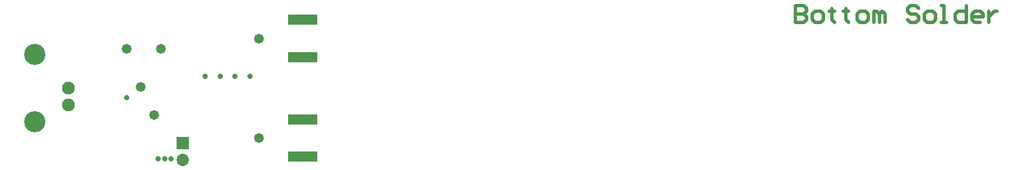
<source format=gbs>
G04 Layer_Color=10092288*
%FSLAX25Y25*%
%MOIN*%
G70*
G01*
G75*
%ADD17C,0.02000*%
%ADD34R,0.17335X0.06115*%
%ADD37C,0.12611*%
%ADD38C,0.07690*%
%ADD39C,0.05800*%
%ADD40R,0.07300X0.07300*%
%ADD41C,0.07300*%
%ADD42C,0.03200*%
D17*
X875000Y491997D02*
Y482000D01*
X879998D01*
X881664Y483666D01*
Y485332D01*
X879998Y486998D01*
X875000D01*
X879998D01*
X881664Y488664D01*
Y490331D01*
X879998Y491997D01*
X875000D01*
X886663Y482000D02*
X889995D01*
X891661Y483666D01*
Y486998D01*
X889995Y488664D01*
X886663D01*
X884997Y486998D01*
Y483666D01*
X886663Y482000D01*
X896660Y490331D02*
Y488664D01*
X894993D01*
X898326D01*
X896660D01*
Y483666D01*
X898326Y482000D01*
X904990Y490331D02*
Y488664D01*
X903324D01*
X906656D01*
X904990D01*
Y483666D01*
X906656Y482000D01*
X913321D02*
X916653D01*
X918319Y483666D01*
Y486998D01*
X916653Y488664D01*
X913321D01*
X911655Y486998D01*
Y483666D01*
X913321Y482000D01*
X921652D02*
Y488664D01*
X923318D01*
X924984Y486998D01*
Y482000D01*
Y486998D01*
X926650Y488664D01*
X928316Y486998D01*
Y482000D01*
X948310Y490331D02*
X946644Y491997D01*
X943311D01*
X941645Y490331D01*
Y488664D01*
X943311Y486998D01*
X946644D01*
X948310Y485332D01*
Y483666D01*
X946644Y482000D01*
X943311D01*
X941645Y483666D01*
X953308Y482000D02*
X956640D01*
X958306Y483666D01*
Y486998D01*
X956640Y488664D01*
X953308D01*
X951642Y486998D01*
Y483666D01*
X953308Y482000D01*
X961639D02*
X964971D01*
X963305D01*
Y491997D01*
X961639D01*
X976634D02*
Y482000D01*
X971635D01*
X969969Y483666D01*
Y486998D01*
X971635Y488664D01*
X976634D01*
X984964Y482000D02*
X981632D01*
X979966Y483666D01*
Y486998D01*
X981632Y488664D01*
X984964D01*
X986631Y486998D01*
Y485332D01*
X979966D01*
X989963Y488664D02*
Y482000D01*
Y485332D01*
X991629Y486998D01*
X993295Y488664D01*
X994961D01*
D34*
X582283Y483563D02*
D03*
Y461319D02*
D03*
Y424508D02*
D03*
Y402264D02*
D03*
D37*
X422913Y462913D02*
D03*
Y422913D02*
D03*
D38*
X442913Y442913D02*
D03*
Y432913D02*
D03*
D39*
X477559Y466535D02*
D03*
X497638D02*
D03*
X493701Y427165D02*
D03*
X485827Y443701D02*
D03*
X556102Y413386D02*
D03*
Y472441D02*
D03*
D40*
X510827Y410433D02*
D03*
D41*
Y400433D02*
D03*
D42*
X477559Y437402D02*
D03*
X550787Y450197D02*
D03*
X541831D02*
D03*
X532972D02*
D03*
X524016D02*
D03*
X503937Y401181D02*
D03*
X500000D02*
D03*
X496063D02*
D03*
X576772Y484252D02*
D03*
X580709D02*
D03*
X584646D02*
D03*
X588583D02*
D03*
X576772Y460630D02*
D03*
X580709D02*
D03*
X584646D02*
D03*
X588583D02*
D03*
X576772Y402559D02*
D03*
X580709D02*
D03*
X584646D02*
D03*
X588583D02*
D03*
Y424213D02*
D03*
X576772D02*
D03*
X584646D02*
D03*
X580709D02*
D03*
M02*

</source>
